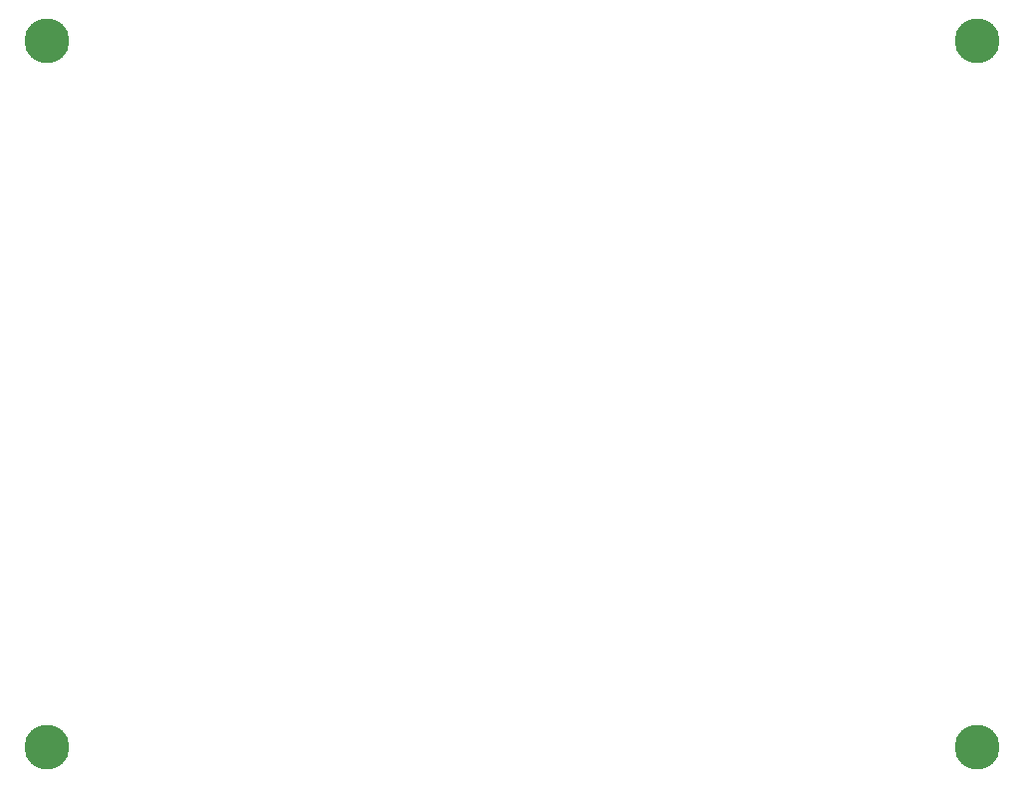
<source format=gbr>
%TF.GenerationSoftware,KiCad,Pcbnew,7.0.10*%
%TF.CreationDate,2024-03-01T15:17:48+01:00*%
%TF.ProjectId,arenaPCBv2,6172656e-6150-4434-9276-322e6b696361,rev?*%
%TF.SameCoordinates,Original*%
%TF.FileFunction,Soldermask,Bot*%
%TF.FilePolarity,Negative*%
%FSLAX46Y46*%
G04 Gerber Fmt 4.6, Leading zero omitted, Abs format (unit mm)*
G04 Created by KiCad (PCBNEW 7.0.10) date 2024-03-01 15:17:48*
%MOMM*%
%LPD*%
G01*
G04 APERTURE LIST*
%ADD10C,3.800000*%
G04 APERTURE END LIST*
D10*
%TO.C,M.2*%
X108000000Y-117000000D03*
%TD*%
%TO.C,M.2*%
X187000000Y-117000000D03*
%TD*%
%TO.C,M\u002C2*%
X187000000Y-57000000D03*
%TD*%
%TO.C,M.2*%
X108000000Y-57000000D03*
%TD*%
M02*

</source>
